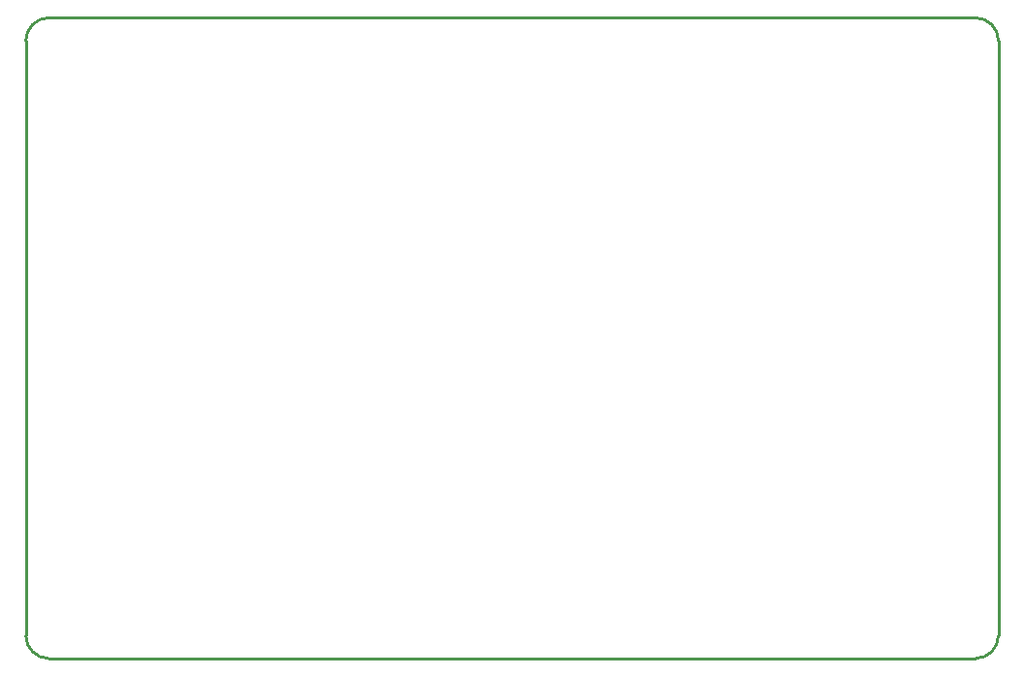
<source format=gko>
G04 Layer: BoardOutlineLayer*
G04 EasyEDA v6.5.5, 2022-05-15 16:03:05*
G04 b3a66e96751545e5b315a235ba618c9c,f3b4bba6f80a42898d6f7a4ba36534e0,10*
G04 Gerber Generator version 0.2*
G04 Scale: 100 percent, Rotated: No, Reflected: No *
G04 Dimensions in millimeters *
G04 leading zeros omitted , absolute positions ,4 integer and 5 decimal *
%FSLAX45Y45*%
%MOMM*%

%ADD10C,0.2540*%
D10*
X22524455Y8009783D02*
G01*
X22524455Y13210473D01*
X30824439Y7809783D02*
G01*
X22724455Y7809783D01*
X31024438Y13210473D02*
G01*
X31024438Y8009783D01*
X22724455Y13410473D02*
G01*
X30824439Y13410473D01*
G75*
G01*
X30824438Y13410473D02*
G02*
X31024438Y13210474I0J-199999D01*
G75*
G01*
X31024438Y8009783D02*
G02*
X30824438Y7809784I-200000J1D01*
G75*
G01*
X22724455Y7809784D02*
G02*
X22524455Y8009783I0J200000D01*
G75*
G01*
X22524455Y13210474D02*
G02*
X22724455Y13410473I200000J0D01*

%LPD*%
M02*

</source>
